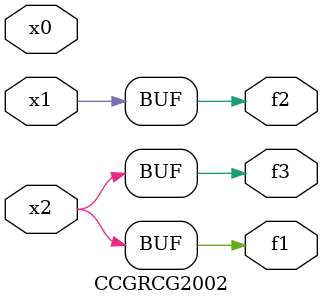
<source format=v>
module CCGRCG2002(
	input x0, x1, x2,
	output f1, f2, f3
);
	assign f1 = x2;
	assign f2 = x1;
	assign f3 = x2;
endmodule

</source>
